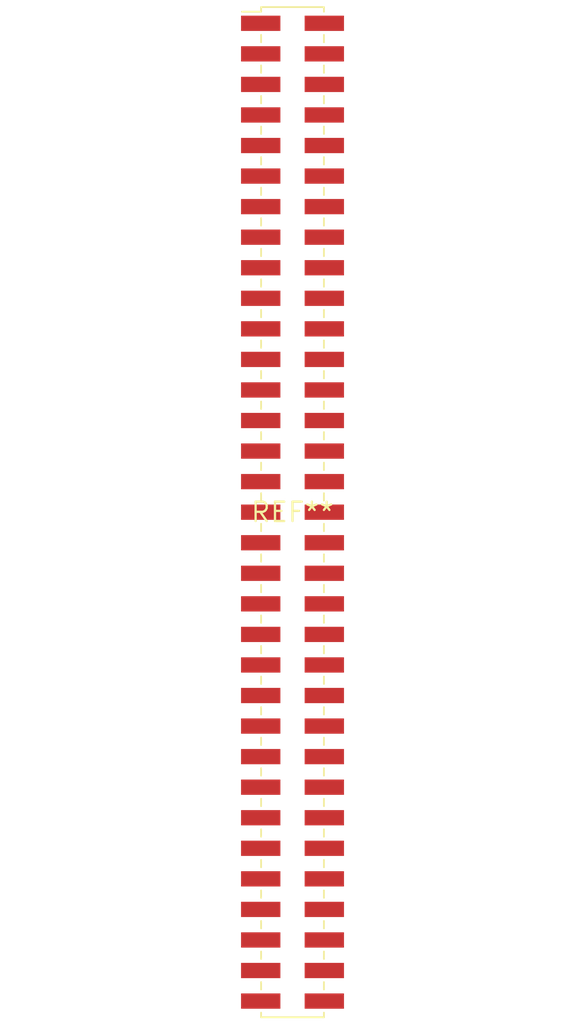
<source format=kicad_pcb>
(kicad_pcb (version 20240108) (generator pcbnew)
  (layers (0 "F.Cu" signal) (31 "B.Cu" signal) (34 "B.Paste" user) (35 "F.Paste" user) (36 "B.SilkS" user "B.Silkscreen") (37 "F.SilkS" user "F.Silkscreen") (38 "B.Mask" user) (39 "F.Mask" user) (44 "Edge.Cuts" user))
  (net 0 "")
  (footprint "PinHeader_2x33_P2.00mm_Vertical_SMD" (layer "F.Cu") (at 0 0)
    (property "Reference" "REF**")
    (property "Value" "PinHeader_2x33_P2.00mm_Vertical_SMD")
    (fp_line (start -3.315 -32.76) (end -2.06 -32.76) (layer "F.SilkS") (stroke (width 0.12)))
    (fp_line (start -2.06 -33.06) (end -2.06 -32.76) (layer "F.SilkS") (stroke (width 0.12)))
    (fp_line (start -2.06 -33.06) (end 2.06 -33.06) (layer "F.SilkS") (stroke (width 0.12)))
    (fp_line (start -2.06 -31.24) (end -2.06 -30.76) (layer "F.SilkS") (stroke (width 0.12)))
    (fp_line (start -2.06 -29.24) (end -2.06 -28.76) (layer "F.SilkS") (stroke (width 0.12)))
    (fp_line (start -2.06 -27.24) (end -2.06 -26.76) (layer "F.SilkS") (stroke (width 0.12)))
    (fp_line (start -2.06 -25.24) (end -2.06 -24.76) (layer "F.SilkS") (stroke (width 0.12)))
    (fp_line (start -2.06 -23.24) (end -2.06 -22.76) (layer "F.SilkS") (stroke (width 0.12)))
    (fp_line (start -2.06 -21.24) (end -2.06 -20.76) (layer "F.SilkS") (stroke (width 0.12)))
    (fp_line (start -2.06 -19.24) (end -2.06 -18.76) (layer "F.SilkS") (stroke (width 0.12)))
    (fp_line (start -2.06 -17.24) (end -2.06 -16.76) (layer "F.SilkS") (stroke (width 0.12)))
    (fp_line (start -2.06 -15.24) (end -2.06 -14.76) (layer "F.SilkS") (stroke (width 0.12)))
    (fp_line (start -2.06 -13.24) (end -2.06 -12.76) (layer "F.SilkS") (stroke (width 0.12)))
    (fp_line (start -2.06 -11.24) (end -2.06 -10.76) (layer "F.SilkS") (stroke (width 0.12)))
    (fp_line (start -2.06 -9.24) (end -2.06 -8.76) (layer "F.SilkS") (stroke (width 0.12)))
    (fp_line (start -2.06 -7.24) (end -2.06 -6.76) (layer "F.SilkS") (stroke (width 0.12)))
    (fp_line (start -2.06 -5.24) (end -2.06 -4.76) (layer "F.SilkS") (stroke (width 0.12)))
    (fp_line (start -2.06 -3.24) (end -2.06 -2.76) (layer "F.SilkS") (stroke (width 0.12)))
    (fp_line (start -2.06 -1.24) (end -2.06 -0.76) (layer "F.SilkS") (stroke (width 0.12)))
    (fp_line (start -2.06 0.76) (end -2.06 1.24) (layer "F.SilkS") (stroke (width 0.12)))
    (fp_line (start -2.06 2.76) (end -2.06 3.24) (layer "F.SilkS") (stroke (width 0.12)))
    (fp_line (start -2.06 4.76) (end -2.06 5.24) (layer "F.SilkS") (stroke (width 0.12)))
    (fp_line (start -2.06 6.76) (end -2.06 7.24) (layer "F.SilkS") (stroke (width 0.12)))
    (fp_line (start -2.06 8.76) (end -2.06 9.24) (layer "F.SilkS") (stroke (width 0.12)))
    (fp_line (start -2.06 10.76) (end -2.06 11.24) (layer "F.SilkS") (stroke (width 0.12)))
    (fp_line (start -2.06 12.76) (end -2.06 13.24) (layer "F.SilkS") (stroke (width 0.12)))
    (fp_line (start -2.06 14.76) (end -2.06 15.24) (layer "F.SilkS") (stroke (width 0.12)))
    (fp_line (start -2.06 16.76) (end -2.06 17.24) (layer "F.SilkS") (stroke (width 0.12)))
    (fp_line (start -2.06 18.76) (end -2.06 19.24) (layer "F.SilkS") (stroke (width 0.12)))
    (fp_line (start -2.06 20.76) (end -2.06 21.24) (layer "F.SilkS") (stroke (width 0.12)))
    (fp_line (start -2.06 22.76) (end -2.06 23.24) (layer "F.SilkS") (stroke (width 0.12)))
    (fp_line (start -2.06 24.76) (end -2.06 25.24) (layer "F.SilkS") (stroke (width 0.12)))
    (fp_line (start -2.06 26.76) (end -2.06 27.24) (layer "F.SilkS") (stroke (width 0.12)))
    (fp_line (start -2.06 28.76) (end -2.06 29.24) (layer "F.SilkS") (stroke (width 0.12)))
    (fp_line (start -2.06 30.76) (end -2.06 31.24) (layer "F.SilkS") (stroke (width 0.12)))
    (fp_line (start -2.06 32.76) (end -2.06 33.06) (layer "F.SilkS") (stroke (width 0.12)))
    (fp_line (start -2.06 33.06) (end 2.06 33.06) (layer "F.SilkS") (stroke (width 0.12)))
    (fp_line (start 2.06 -33.06) (end 2.06 -32.76) (layer "F.SilkS") (stroke (width 0.12)))
    (fp_line (start 2.06 -31.24) (end 2.06 -30.76) (layer "F.SilkS") (stroke (width 0.12)))
    (fp_line (start 2.06 -29.24) (end 2.06 -28.76) (layer "F.SilkS") (stroke (width 0.12)))
    (fp_line (start 2.06 -27.24) (end 2.06 -26.76) (layer "F.SilkS") (stroke (width 0.12)))
    (fp_line (start 2.06 -25.24) (end 2.06 -24.76) (layer "F.SilkS") (stroke (width 0.12)))
    (fp_line (start 2.06 -23.24) (end 2.06 -22.76) (layer "F.SilkS") (stroke (width 0.12)))
    (fp_line (start 2.06 -21.24) (end 2.06 -20.76) (layer "F.SilkS") (stroke (width 0.12)))
    (fp_line (start 2.06 -19.24) (end 2.06 -18.76) (layer "F.SilkS") (stroke (width 0.12)))
    (fp_line (start 2.06 -17.24) (end 2.06 -16.76) (layer "F.SilkS") (stroke (width 0.12)))
    (fp_line (start 2.06 -15.24) (end 2.06 -14.76) (layer "F.SilkS") (stroke (width 0.12)))
    (fp_line (start 2.06 -13.24) (end 2.06 -12.76) (layer "F.SilkS") (stroke (width 0.12)))
    (fp_line (start 2.06 -11.24) (end 2.06 -10.76) (layer "F.SilkS") (stroke (width 0.12)))
    (fp_line (start 2.06 -9.24) (end 2.06 -8.76) (layer "F.SilkS") (stroke (width 0.12)))
    (fp_line (start 2.06 -7.24) (end 2.06 -6.76) (layer "F.SilkS") (stroke (width 0.12)))
    (fp_line (start 2.06 -5.24) (end 2.06 -4.76) (layer "F.SilkS") (stroke (width 0.12)))
    (fp_line (start 2.06 -3.24) (end 2.06 -2.76) (layer "F.SilkS") (stroke (width 0.12)))
    (fp_line (start 2.06 -1.24) (end 2.06 -0.76) (layer "F.SilkS") (stroke (width 0.12)))
    (fp_line (start 2.06 0.76) (end 2.06 1.24) (layer "F.SilkS") (stroke (width 0.12)))
    (fp_line (start 2.06 2.76) (end 2.06 3.24) (layer "F.SilkS") (stroke (width 0.12)))
    (fp_line (start 2.06 4.76) (end 2.06 5.24) (layer "F.SilkS") (stroke (width 0.12)))
    (fp_line (start 2.06 6.76) (end 2.06 7.24) (layer "F.SilkS") (stroke (width 0.12)))
    (fp_line (start 2.06 8.76) (end 2.06 9.24) (layer "F.SilkS") (stroke (width 0.12)))
    (fp_line (start 2.06 10.76) (end 2.06 11.24) (layer "F.SilkS") (stroke (width 0.12)))
    (fp_line (start 2.06 12.76) (end 2.06 13.24) (layer "F.SilkS") (stroke (width 0.12)))
    (fp_line (start 2.06 14.76) (end 2.06 15.24) (layer "F.SilkS") (stroke (width 0.12)))
    (fp_line (start 2.06 16.76) (end 2.06 17.24) (layer "F.SilkS") (stroke (width 0.12)))
    (fp_line (start 2.06 18.76) (end 2.06 19.24) (layer "F.SilkS") (stroke (width 0.12)))
    (fp_line (start 2.06 20.76) (end 2.06 21.24) (layer "F.SilkS") (stroke (width 0.12)))
    (fp_line (start 2.06 22.76) (end 2.06 23.24) (layer "F.SilkS") (stroke (width 0.12)))
    (fp_line (start 2.06 24.76) (end 2.06 25.24) (layer "F.SilkS") (stroke (width 0.12)))
    (fp_line (start 2.06 26.76) (end 2.06 27.24) (layer "F.SilkS") (stroke (width 0.12)))
    (fp_line (start 2.06 28.76) (end 2.06 29.24) (layer "F.SilkS") (stroke (width 0.12)))
    (fp_line (start 2.06 30.76) (end 2.06 31.24) (layer "F.SilkS") (stroke (width 0.12)))
    (fp_line (start 2.06 32.76) (end 2.06 33.06) (layer "F.SilkS") (stroke (width 0.12)))
    (pad "1" smd rect (at -2.085 -32) (size 2.58 1) (layers "F.Cu" "F.Paste" "F.Mask"))
    (pad "2" smd rect (at 2.085 -32) (size 2.58 1) (layers "F.Cu" "F.Paste" "F.Mask"))
    (pad "3" smd rect (at -2.085 -30) (size 2.58 1) (layers "F.Cu" "F.Paste" "F.Mask"))
    (pad "4" smd rect (at 2.085 -30) (size 2.58 1) (layers "F.Cu" "F.Paste" "F.Mask"))
    (pad "5" smd rect (at -2.085 -28) (size 2.58 1) (layers "F.Cu" "F.Paste" "F.Mask"))
    (pad "6" smd rect (at 2.085 -28) (size 2.58 1) (layers "F.Cu" "F.Paste" "F.Mask"))
    (pad "7" smd rect (at -2.085 -26) (size 2.58 1) (layers "F.Cu" "F.Paste" "F.Mask"))
    (pad "8" smd rect (at 2.085 -26) (size 2.58 1) (layers "F.Cu" "F.Paste" "F.Mask"))
    (pad "9" smd rect (at -2.085 -24) (size 2.58 1) (layers "F.Cu" "F.Paste" "F.Mask"))
    (pad "10" smd rect (at 2.085 -24) (size 2.58 1) (layers "F.Cu" "F.Paste" "F.Mask"))
    (pad "11" smd rect (at -2.085 -22) (size 2.58 1) (layers "F.Cu" "F.Paste" "F.Mask"))
    (pad "12" smd rect (at 2.085 -22) (size 2.58 1) (layers "F.Cu" "F.Paste" "F.Mask"))
    (pad "13" smd rect (at -2.085 -20) (size 2.58 1) (layers "F.Cu" "F.Paste" "F.Mask"))
    (pad "14" smd rect (at 2.085 -20) (size 2.58 1) (layers "F.Cu" "F.Paste" "F.Mask"))
    (pad "15" smd rect (at -2.085 -18) (size 2.58 1) (layers "F.Cu" "F.Paste" "F.Mask"))
    (pad "16" smd rect (at 2.085 -18) (size 2.58 1) (layers "F.Cu" "F.Paste" "F.Mask"))
    (pad "17" smd rect (at -2.085 -16) (size 2.58 1) (layers "F.Cu" "F.Paste" "F.Mask"))
    (pad "18" smd rect (at 2.085 -16) (size 2.58 1) (layers "F.Cu" "F.Paste" "F.Mask"))
    (pad "19" smd rect (at -2.085 -14) (size 2.58 1) (layers "F.Cu" "F.Paste" "F.Mask"))
    (pad "20" smd rect (at 2.085 -14) (size 2.58 1) (layers "F.Cu" "F.Paste" "F.Mask"))
    (pad "21" smd rect (at -2.085 -12) (size 2.58 1) (layers "F.Cu" "F.Paste" "F.Mask"))
    (pad "22" smd rect (at 2.085 -12) (size 2.58 1) (layers "F.Cu" "F.Paste" "F.Mask"))
    (pad "23" smd rect (at -2.085 -10) (size 2.58 1) (layers "F.Cu" "F.Paste" "F.Mask"))
    (pad "24" smd rect (at 2.085 -10) (size 2.58 1) (layers "F.Cu" "F.Paste" "F.Mask"))
    (pad "25" smd rect (at -2.085 -8) (size 2.58 1) (layers "F.Cu" "F.Paste" "F.Mask"))
    (pad "26" smd rect (at 2.085 -8) (size 2.58 1) (layers "F.Cu" "F.Paste" "F.Mask"))
    (pad "27" smd rect (at -2.085 -6) (size 2.58 1) (layers "F.Cu" "F.Paste" "F.Mask"))
    (pad "28" smd rect (at 2.085 -6) (size 2.58 1) (layers "F.Cu" "F.Paste" "F.Mask"))
    (pad "29" smd rect (at -2.085 -4) (size 2.58 1) (layers "F.Cu" "F.Paste" "F.Mask"))
    (pad "30" smd rect (at 2.085 -4) (size 2.58 1) (layers "F.Cu" "F.Paste" "F.Mask"))
    (pad "31" smd rect (at -2.085 -2) (size 2.58 1) (layers "F.Cu" "F.Paste" "F.Mask"))
    (pad "32" smd rect (at 2.085 -2) (size 2.58 1) (layers "F.Cu" "F.Paste" "F.Mask"))
    (pad "33" smd rect (at -2.085 0) (size 2.58 1) (layers "F.Cu" "F.Paste" "F.Mask"))
    (pad "34" smd rect (at 2.085 0) (size 2.58 1) (layers "F.Cu" "F.Paste" "F.Mask"))
    (pad "35" smd rect (at -2.085 2) (size 2.58 1) (layers "F.Cu" "F.Paste" "F.Mask"))
    (pad "36" smd rect (at 2.085 2) (size 2.58 1) (layers "F.Cu" "F.Paste" "F.Mask"))
    (pad "37" smd rect (at -2.085 4) (size 2.58 1) (layers "F.Cu" "F.Paste" "F.Mask"))
    (pad "38" smd rect (at 2.085 4) (size 2.58 1) (layers "F.Cu" "F.Paste" "F.Mask"))
    (pad "39" smd rect (at -2.085 6) (size 2.58 1) (layers "F.Cu" "F.Paste" "F.Mask"))
    (pad "40" smd rect (at 2.085 6) (size 2.58 1) (layers "F.Cu" "F.Paste" "F.Mask"))
    (pad "41" smd rect (at -2.085 8) (size 2.58 1) (layers "F.Cu" "F.Paste" "F.Mask"))
    (pad "42" smd rect (at 2.085 8) (size 2.58 1) (layers "F.Cu" "F.Paste" "F.Mask"))
    (pad "43" smd rect (at -2.085 10) (size 2.58 1) (layers "F.Cu" "F.Paste" "F.Mask"))
    (pad "44" smd rect (at 2.085 10) (size 2.58 1) (layers "F.Cu" "F.Paste" "F.Mask"))
    (pad "45" smd rect (at -2.085 12) (size 2.58 1) (layers "F.Cu" "F.Paste" "F.Mask"))
    (pad "46" smd rect (at 2.085 12) (size 2.58 1) (layers "F.Cu" "F.Paste" "F.Mask"))
    (pad "47" smd rect (at -2.085 14) (size 2.58 1) (layers "F.Cu" "F.Paste" "F.Mask"))
    (pad "48" smd rect (at 2.085 14) (size 2.58 1) (layers "F.Cu" "F.Paste" "F.Mask"))
    (pad "49" smd rect (at -2.085 16) (size 2.58 1) (layers "F.Cu" "F.Paste" "F.Mask"))
    (pad "50" smd rect (at 2.085 16) (size 2.58 1) (layers "F.Cu" "F.Paste" "F.Mask"))
    (pad "51" smd rect (at -2.085 18) (size 2.58 1) (layers "F.Cu" "F.Paste" "F.Mask"))
    (pad "52" smd rect (at 2.085 18) (size 2.58 1) (layers "F.Cu" "F.Paste" "F.Mask"))
    (pad "53" smd rect (at -2.085 20) (size 2.58 1) (layers "F.Cu" "F.Paste" "F.Mask"))
    (pad "54" smd rect (at 2.085 20) (size 2.58 1) (layers "F.Cu" "F.Paste" "F.Mask"))
    (pad "55" smd rect (at -2.085 22) (size 2.58 1) (layers "F.Cu" "F.Paste" "F.Mask"))
    (pad "56" smd rect (at 2.085 22) (size 2.58 1) (layers "F.Cu" "F.Paste" "F.Mask"))
    (pad "57" smd rect (at -2.085 24) (size 2.58 1) (layers "F.Cu" "F.Paste" "F.Mask"))
    (pad "58" smd rect (at 2.085 24) (size 2.58 1) (layers "F.Cu" "F.Paste" "F.Mask"))
    (pad "59" smd rect (at -2.085 26) (size 2.58 1) (layers "F.Cu" "F.Paste" "F.Mask"))
    (pad "60" smd rect (at 2.085 26) (size 2.58 1) (layers "F.Cu" "F.Paste" "F.Mask"))
    (pad "61" smd rect (at -2.085 28) (size 2.58 1) (layers "F.Cu" "F.Paste" "F.Mask"))
    (pad "62" smd rect (at 2.085 28) (size 2.58 1) (layers "F.Cu" "F.Paste" "F.Mask"))
    (pad "63" smd rect (at -2.085 30) (size 2.58 1) (layers "F.Cu" "F.Paste" "F.Mask"))
    (pad "64" smd rect (at 2.085 30) (size 2.58 1) (layers "F.Cu" "F.Paste" "F.Mask"))
    (pad "65" smd rect (at -2.085 32) (size 2.58 1) (layers "F.Cu" "F.Paste" "F.Mask"))
    (pad "66" smd rect (at 2.085 32) (size 2.58 1) (layers "F.Cu" "F.Paste" "F.Mask"))
  )
)
</source>
